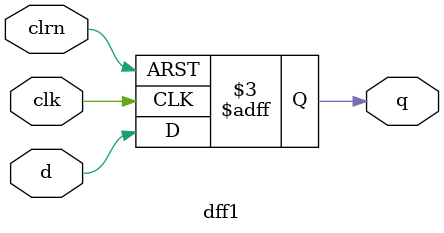
<source format=v>
module dff1(d, clk, clrn, q);
	input      d, clk, clrn;
	output reg q;

	always @(negedge clrn or posedge clk)
		if (clrn == 0) begin
			q <= 0;
		end else begin
			q <= d;
		end
endmodule

</source>
